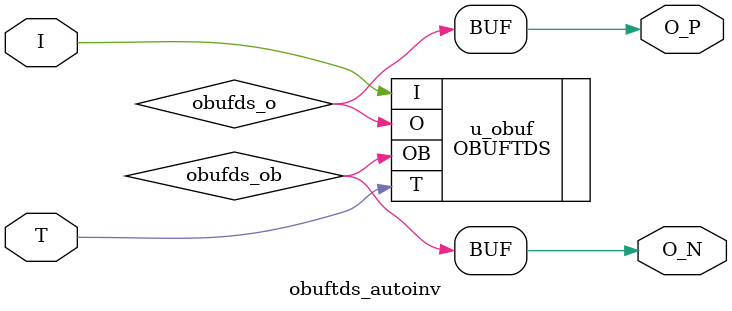
<source format=v>
`timescale 1ns / 1ps

module obuftds_autoinv( input I,
		        input T,
			output O_P,
		        output O_N );

   parameter		      INV = 1'b0;

   wire			      obufds_o;
   wire			      obufds_ob;
   assign O_P = (INV == 1'b1) ? obufds_ob : obufds_o;
   assign O_N = (INV == 1'b1) ? obufds_o : obufds_ob;

   OBUFTDS u_obuf(.I(I),.T(T),.O(obufds_o),.OB(obufds_ob));   
   
endmodule // obuftds_autoinv

		       

</source>
